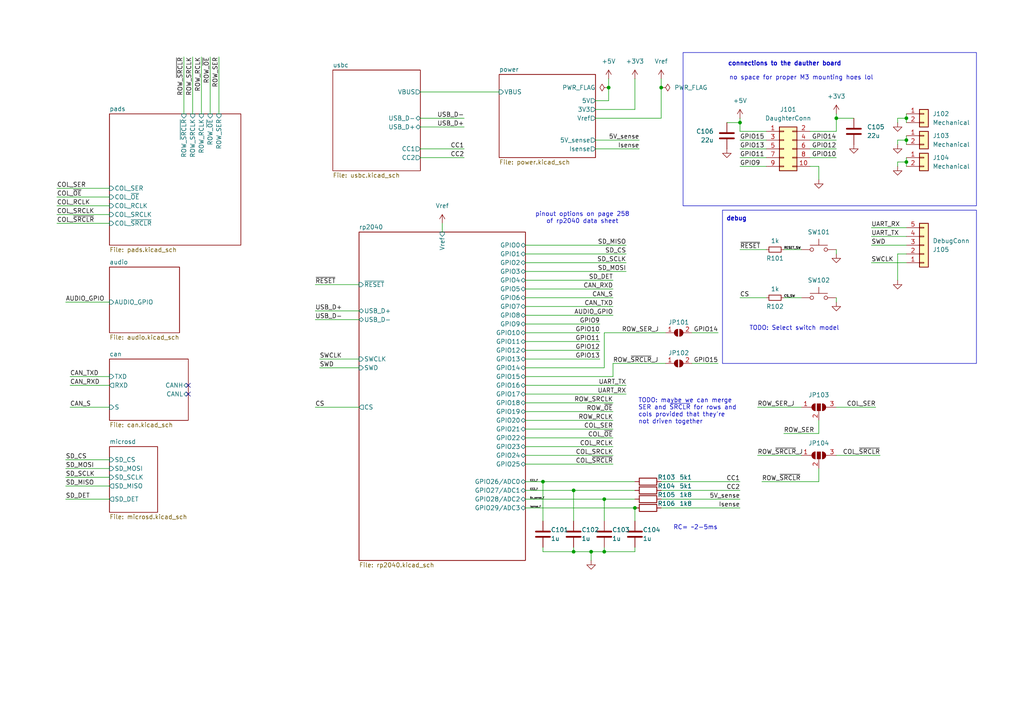
<source format=kicad_sch>
(kicad_sch (version 20231120) (generator "eeschema") (generator_version "8.0")
  (paper "A4")
  (lib_symbols
    (symbol "Connector_Generic:Conn_01x02" (pin_names (offset 1.016) hide)
      (property "Reference" "J" (at 0 2.54 0))
      (property "Value" "Conn_01x02" (at 0 -5.08 0))
      (symbol "Conn_01x02_1_1"
        (rectangle (start -1.27 -2.413) (end 0 -2.667) (stroke (width 0.1524)))
        (rectangle (start -1.27 0.127) (end 0 -0.127) (stroke (width 0.1524)))
        (rectangle (start -1.27 1.27) (end 1.27 -3.81) (stroke (width 0.254)) (fill (type background)))
        (pin passive line (at -5.08 0 0) (length 3.81) (name "Pin_1") (number "1"))
        (pin passive line (at -5.08 -2.54 0) (length 3.81) (name "Pin_2") (number "2"))
      )
    )
    (symbol "Connector_Generic:Conn_01x05" (pin_names (offset 1.016) hide)
      (property "Reference" "J" (at 0 7.62 0))
      (property "Value" "Conn_01x05" (at 0 -7.62 0))
      (symbol "Conn_01x05_1_1"
        (rectangle (start -1.27 -4.953) (end 0 -5.207) (stroke (width 0.1524)))
        (rectangle (start -1.27 -2.413) (end 0 -2.667) (stroke (width 0.1524)))
        (rectangle (start -1.27 0.127) (end 0 -0.127) (stroke (width 0.1524)))
        (rectangle (start -1.27 2.667) (end 0 2.413) (stroke (width 0.1524)))
        (rectangle (start -1.27 5.207) (end 0 4.953) (stroke (width 0.1524)))
        (rectangle (start -1.27 6.35) (end 1.27 -6.35) (stroke (width 0.254)) (fill (type background)))
        (pin passive line (at -5.08 5.08 0) (length 3.81) (name "Pin_1") (number "1"))
        (pin passive line (at -5.08 2.54 0) (length 3.81) (name "Pin_2") (number "2"))
        (pin passive line (at -5.08 0 0) (length 3.81) (name "Pin_3") (number "3"))
        (pin passive line (at -5.08 -2.54 0) (length 3.81) (name "Pin_4") (number "4"))
        (pin passive line (at -5.08 -5.08 0) (length 3.81) (name "Pin_5") (number "5"))
      )
    )
    (symbol "Connector_Generic:Conn_02x05_Odd_Even" (pin_names (offset 1.016) hide)
      (property "Reference" "J" (at 1.27 7.62 0))
      (property "Value" "Conn_02x05_Odd_Even" (at 1.27 -7.62 0))
      (symbol "Conn_02x05_Odd_Even_1_1"
        (rectangle (start -1.27 -4.953) (end 0 -5.207) (stroke (width 0.1524)))
        (rectangle (start -1.27 -2.413) (end 0 -2.667) (stroke (width 0.1524)))
        (rectangle (start -1.27 0.127) (end 0 -0.127) (stroke (width 0.1524)))
        (rectangle (start -1.27 2.667) (end 0 2.413) (stroke (width 0.1524)))
        (rectangle (start -1.27 5.207) (end 0 4.953) (stroke (width 0.1524)))
        (rectangle (start -1.27 6.35) (end 3.81 -6.35) (stroke (width 0.254)) (fill (type background)))
        (rectangle (start 3.81 -4.953) (end 2.54 -5.207) (stroke (width 0.1524)))
        (rectangle (start 3.81 -2.413) (end 2.54 -2.667) (stroke (width 0.1524)))
        (rectangle (start 3.81 0.127) (end 2.54 -0.127) (stroke (width 0.1524)))
        (rectangle (start 3.81 2.667) (end 2.54 2.413) (stroke (width 0.1524)))
        (rectangle (start 3.81 5.207) (end 2.54 4.953) (stroke (width 0.1524)))
        (pin passive line (at -5.08 5.08 0) (length 3.81) (name "Pin_1") (number "1"))
        (pin passive line (at 7.62 -5.08 180) (length 3.81) (name "Pin_10") (number "10"))
        (pin passive line (at 7.62 5.08 180) (length 3.81) (name "Pin_2") (number "2"))
        (pin passive line (at -5.08 2.54 0) (length 3.81) (name "Pin_3") (number "3"))
        (pin passive line (at 7.62 2.54 180) (length 3.81) (name "Pin_4") (number "4"))
        (pin passive line (at -5.08 0 0) (length 3.81) (name "Pin_5") (number "5"))
        (pin passive line (at 7.62 0 180) (length 3.81) (name "Pin_6") (number "6"))
        (pin passive line (at -5.08 -2.54 0) (length 3.81) (name "Pin_7") (number "7"))
        (pin passive line (at 7.62 -2.54 180) (length 3.81) (name "Pin_8") (number "8"))
        (pin passive line (at -5.08 -5.08 0) (length 3.81) (name "Pin_9") (number "9"))
      )
    )
    (symbol "Device:C" (pin_numbers hide) (pin_names (offset 0.254))
      (property "Reference" "C" (at 0.635 2.54 0))
      (property "Value" "C" (at 0.635 -2.54 0))
      (symbol "C_0_1"
        (polyline (pts (xy -2.032 -0.762) (xy 2.032 -0.762)) (stroke (width 0.508)))
        (polyline (pts (xy -2.032 0.762) (xy 2.032 0.762)) (stroke (width 0.508)))
      )
      (symbol "C_1_1"
        (pin passive line (at 0 3.81 270) (length 2.794) (name "~") (number "1"))
        (pin passive line (at 0 -3.81 90) (length 2.794) (name "~") (number "2"))
      )
    )
    (symbol "Device:R" (pin_numbers hide) (pin_names (offset 0))
      (property "Reference" "R" (at 2.032 0 90))
      (property "Value" "R" (at 0 0 90))
      (symbol "R_0_1"
        (rectangle (start -1.016 -2.54) (end 1.016 2.54) (stroke (width 0.254)))
      )
      (symbol "R_1_1"
        (pin passive line (at 0 3.81 270) (length 1.27) (name "~") (number "1"))
        (pin passive line (at 0 -3.81 90) (length 1.27) (name "~") (number "2"))
      )
    )
    (symbol "Device:R_Small" (pin_numbers hide) (pin_names (offset 0.254) hide)
      (property "Reference" "R" (at 0.762 0.508 0))
      (property "Value" "R_Small" (at 0.762 -1.016 0))
      (symbol "R_Small_0_1"
        (rectangle (start -0.762 1.778) (end 0.762 -1.778) (stroke (width 0.2032)))
      )
      (symbol "R_Small_1_1"
        (pin passive line (at 0 2.54 270) (length 0.762) (name "~") (number "1"))
        (pin passive line (at 0 -2.54 90) (length 0.762) (name "~") (number "2"))
      )
    )
    (symbol "Jumper:SolderJumper_2_Open" (pin_names (offset 0) hide)
      (property "Reference" "JP" (at 0 2.032 0))
      (property "Value" "SolderJumper_2_Open" (at 0 -2.54 0))
      (symbol "SolderJumper_2_Open_0_1"
        (arc (start -0.254 1.016) (mid -1.2656 0) (end -0.254 -1.016))
        (arc (start -0.254 1.016) (mid -1.2656 0) (end -0.254 -1.016) (fill (type outline)))
        (polyline (pts (xy -0.254 1.016) (xy -0.254 -1.016)))
        (polyline (pts (xy 0.254 1.016) (xy 0.254 -1.016)))
        (arc (start 0.254 -1.016) (mid 1.2656 0) (end 0.254 1.016))
        (arc (start 0.254 -1.016) (mid 1.2656 0) (end 0.254 1.016) (fill (type outline)))
      )
      (symbol "SolderJumper_2_Open_1_1"
        (pin passive line (at -3.81 0 0) (length 2.54) (name "A") (number "1"))
        (pin passive line (at 3.81 0 180) (length 2.54) (name "B") (number "2"))
      )
    )
    (symbol "Jumper:SolderJumper_3_Open" (pin_names (offset 0) hide)
      (property "Reference" "JP" (at -2.54 -2.54 0))
      (property "Value" "SolderJumper_3_Open" (at 0 2.794 0))
      (symbol "SolderJumper_3_Open_0_1"
        (arc (start -1.016 1.016) (mid -2.0276 0) (end -1.016 -1.016))
        (arc (start -1.016 1.016) (mid -2.0276 0) (end -1.016 -1.016) (fill (type outline)))
        (rectangle (start -0.508 1.016) (end 0.508 -1.016) (fill (type outline)))
        (polyline (pts (xy -2.54 0) (xy -2.032 0)))
        (polyline (pts (xy -1.016 1.016) (xy -1.016 -1.016)))
        (polyline (pts (xy 0 -1.27) (xy 0 -1.016)))
        (polyline (pts (xy 1.016 1.016) (xy 1.016 -1.016)))
        (polyline (pts (xy 2.54 0) (xy 2.032 0)))
        (arc (start 1.016 -1.016) (mid 2.0276 0) (end 1.016 1.016))
        (arc (start 1.016 -1.016) (mid 2.0276 0) (end 1.016 1.016) (fill (type outline)))
      )
      (symbol "SolderJumper_3_Open_1_1"
        (pin passive line (at -5.08 0 0) (length 2.54) (name "A") (number "1"))
        (pin passive line (at 0 -3.81 90) (length 2.54) (name "C") (number "2"))
        (pin passive line (at 5.08 0 180) (length 2.54) (name "B") (number "3"))
      )
    )
    (symbol "Switch:SW_Push" (pin_numbers hide) (pin_names (offset 1.016) hide)
      (property "Reference" "SW" (at 1.27 2.54 0))
      (property "Value" "SW_Push" (at 0 -1.524 0))
      (symbol "SW_Push_0_1"
        (circle (center -2.032 0) (radius 0.508))
        (polyline (pts (xy 0 1.27) (xy 0 3.048)))
        (polyline (pts (xy 2.54 1.27) (xy -2.54 1.27)))
        (circle (center 2.032 0) (radius 0.508))
        (pin passive line (at -5.08 0 0) (length 2.54) (name "1") (number "1"))
        (pin passive line (at 5.08 0 180) (length 2.54) (name "2") (number "2"))
      )
    )
    (symbol "power:+3V3" (power) (pin_numbers hide) (pin_names (offset 0) hide)
      (property "Value" "+3V3" (at 0 3.556 0))
      (symbol "+3V3_0_1"
        (polyline (pts (xy -0.762 1.27) (xy 0 2.54)))
        (polyline (pts (xy 0 0) (xy 0 2.54)))
        (polyline (pts (xy 0 2.54) (xy 0.762 1.27)))
      )
      (symbol "+3V3_1_1"
        (pin power_in line (at 0 0 90) (length 0) (name "~") (number "1"))
      )
    )
    (symbol "power:+5V" (power) (pin_numbers hide) (pin_names (offset 0) hide)
      (property "Value" "+5V" (at 0 3.556 0))
      (symbol "+5V_0_1"
        (polyline (pts (xy -0.762 1.27) (xy 0 2.54)))
        (polyline (pts (xy 0 0) (xy 0 2.54)))
        (polyline (pts (xy 0 2.54) (xy 0.762 1.27)))
      )
      (symbol "+5V_1_1"
        (pin power_in line (at 0 0 90) (length 0) (name "~") (number "1"))
      )
    )
    (symbol "power:GND" (power) (pin_numbers hide) (pin_names (offset 0) hide)
      (property "Value" "GND" (at 0 -3.81 0))
      (symbol "GND_0_1"
        (polyline (pts (xy 0 0) (xy 0 -1.27) (xy 1.27 -1.27) (xy 0 -2.54) (xy -1.27 -1.27) (xy 0 -1.27)))
      )
      (symbol "GND_1_1"
        (pin power_in line (at 0 0 270) (length 0) (name "~") (number "1"))
      )
    )
    (symbol "power:PWR_FLAG" (power) (pin_numbers hide) (pin_names (offset 0) hide)
      (property "Value" "PWR_FLAG" (at 0 3.81 0))
      (symbol "PWR_FLAG_0_0"
        (pin power_out line (at 0 0 90) (length 0) (name "~") (number "1"))
      )
      (symbol "PWR_FLAG_0_1"
        (polyline (pts (xy 0 0) (xy 0 1.27) (xy -1.016 1.905) (xy 0 2.54) (xy 1.016 1.905) (xy 0 1.27)))
      )
    )
  )
  (junction (at 262.89 40.64))
  (junction (at 214.63 35.56))
  (junction (at 191.77 25.4))
  (junction (at 157.48 139.7))
  (junction (at 242.57 34.29))
  (junction (at 262.89 34.29))
  (junction (at 176.53 25.4))
  (junction (at 184.15 147.32))
  (junction (at 166.37 142.24))
  (junction (at 171.45 160.02))
  (junction (at 175.26 144.78))
  (junction (at 166.37 160.02))
  (junction (at 175.26 160.02))
  (junction (at 262.89 46.99))
  (no_connect (at 54.61 111.76))
  (no_connect (at 54.61 114.3))
  (wire (pts (xy 214.63 45.72) (xy 222.25 45.72)))
  (wire (pts (xy 166.37 160.02) (xy 171.45 160.02)))
  (wire (pts (xy 104.14 92.71) (xy 91.44 92.71)))
  (wire (pts (xy 175.26 144.78) (xy 184.15 144.78)))
  (wire (pts (xy 200.66 96.52) (xy 208.28 96.52)))
  (wire (pts (xy 152.4 142.24) (xy 166.37 142.24)))
  (wire (pts (xy 222.25 38.1) (xy 214.63 38.1)))
  (wire (pts (xy 242.57 34.29) (xy 242.57 38.1)))
  (wire (pts (xy 252.73 71.12) (xy 262.89 71.12)))
  (wire (pts (xy 152.4 81.28) (xy 177.8 81.28)))
  (wire (pts (xy 242.57 33.02) (xy 242.57 34.29)))
  (wire (pts (xy 19.05 144.78) (xy 31.75 144.78)))
  (wire (pts (xy 31.75 64.77) (xy 16.51 64.77)))
  (wire (pts (xy 184.15 147.32) (xy 184.15 151.13)))
  (wire (pts (xy 191.77 147.32) (xy 214.63 147.32)))
  (wire (pts (xy 260.35 40.64) (xy 262.89 40.64)))
  (wire (pts (xy 152.4 99.06) (xy 173.99 99.06)))
  (wire (pts (xy 60.96 33.02) (xy 60.96 16.51)))
  (wire (pts (xy 152.4 127) (xy 177.8 127)))
  (wire (pts (xy 152.4 144.78) (xy 175.26 144.78)))
  (wire (pts (xy 121.92 36.83) (xy 134.62 36.83)))
  (wire (pts (xy 260.35 35.56) (xy 260.35 34.29)))
  (wire (pts (xy 166.37 142.24) (xy 184.15 142.24)))
  (wire (pts (xy 172.72 34.29) (xy 191.77 34.29)))
  (wire (pts (xy 152.4 121.92) (xy 177.8 121.92)))
  (wire (pts (xy 152.4 129.54) (xy 177.8 129.54)))
  (wire (pts (xy 191.77 22.86) (xy 191.77 25.4)))
  (wire (pts (xy 252.73 76.2) (xy 262.89 76.2)))
  (wire (pts (xy 252.73 66.04) (xy 262.89 66.04)))
  (wire (pts (xy 31.75 59.69) (xy 16.51 59.69)))
  (wire (pts (xy 91.44 82.55) (xy 104.14 82.55)))
  (wire (pts (xy 172.72 43.18) (xy 185.42 43.18)))
  (wire (pts (xy 31.75 62.23) (xy 16.51 62.23)))
  (wire (pts (xy 214.63 40.64) (xy 222.25 40.64)))
  (wire (pts (xy 242.57 34.29) (xy 247.65 34.29)))
  (wire (pts (xy 260.35 46.99) (xy 262.89 46.99)))
  (wire (pts (xy 152.4 78.74) (xy 181.61 78.74)))
  (wire (pts (xy 214.63 48.26) (xy 222.25 48.26)))
  (wire (pts (xy 219.71 118.11) (xy 232.41 118.11)))
  (wire (pts (xy 214.63 43.18) (xy 222.25 43.18)))
  (wire (pts (xy 166.37 158.75) (xy 166.37 160.02)))
  (wire (pts (xy 152.4 109.22) (xy 177.8 109.22)))
  (wire (pts (xy 128.27 64.77) (xy 128.27 67.31)))
  (wire (pts (xy 152.4 73.66) (xy 181.61 73.66)))
  (wire (pts (xy 177.8 91.44) (xy 152.4 91.44)))
  (wire (pts (xy 152.4 147.32) (xy 184.15 147.32)))
  (wire (pts (xy 214.63 86.36) (xy 222.25 86.36)))
  (wire (pts (xy 63.5 33.02) (xy 63.5 16.51)))
  (wire (pts (xy 55.88 33.02) (xy 55.88 16.51)))
  (wire (pts (xy 121.92 26.67) (xy 144.78 26.67)))
  (wire (pts (xy 184.15 31.75) (xy 184.15 22.86)))
  (wire (pts (xy 53.34 33.02) (xy 53.34 16.51)))
  (wire (pts (xy 171.45 160.02) (xy 175.26 160.02)))
  (wire (pts (xy 175.26 96.52) (xy 175.26 106.68)))
  (wire (pts (xy 260.35 48.26) (xy 260.35 46.99)))
  (wire (pts (xy 152.4 88.9) (xy 177.8 88.9)))
  (wire (pts (xy 152.4 114.3) (xy 181.61 114.3)))
  (wire (pts (xy 157.48 139.7) (xy 184.15 139.7)))
  (wire (pts (xy 260.35 73.66) (xy 260.35 81.28)))
  (wire (pts (xy 121.92 45.72) (xy 134.62 45.72)))
  (wire (pts (xy 19.05 87.63) (xy 31.75 87.63)))
  (wire (pts (xy 252.73 68.58) (xy 262.89 68.58)))
  (wire (pts (xy 210.82 35.56) (xy 214.63 35.56)))
  (wire (pts (xy 172.72 40.64) (xy 185.42 40.64)))
  (wire (pts (xy 191.77 139.7) (xy 214.63 139.7)))
  (wire (pts (xy 166.37 142.24) (xy 166.37 151.13)))
  (wire (pts (xy 172.72 29.21) (xy 176.53 29.21)))
  (wire (pts (xy 157.48 160.02) (xy 166.37 160.02)))
  (wire (pts (xy 104.14 90.17) (xy 91.44 90.17)))
  (wire (pts (xy 152.4 96.52) (xy 173.99 96.52)))
  (wire (pts (xy 237.49 48.26) (xy 237.49 52.07)))
  (wire (pts (xy 31.75 54.61) (xy 16.51 54.61)))
  (wire (pts (xy 262.89 45.72) (xy 262.89 46.99)))
  (wire (pts (xy 234.95 38.1) (xy 242.57 38.1)))
  (wire (pts (xy 219.71 132.08) (xy 232.41 132.08)))
  (wire (pts (xy 58.42 33.02) (xy 58.42 16.51)))
  (wire (pts (xy 262.89 39.37) (xy 262.89 40.64)))
  (wire (pts (xy 227.33 125.73) (xy 237.49 125.73)))
  (wire (pts (xy 152.4 124.46) (xy 177.8 124.46)))
  (wire (pts (xy 260.35 41.91) (xy 260.35 40.64)))
  (wire (pts (xy 214.63 72.39) (xy 222.25 72.39)))
  (wire (pts (xy 121.92 34.29) (xy 134.62 34.29)))
  (wire (pts (xy 175.26 160.02) (xy 184.15 160.02)))
  (wire (pts (xy 92.71 104.14) (xy 104.14 104.14)))
  (wire (pts (xy 152.4 71.12) (xy 181.61 71.12)))
  (wire (pts (xy 20.32 109.22) (xy 31.75 109.22)))
  (wire (pts (xy 191.77 25.4) (xy 191.77 34.29)))
  (wire (pts (xy 175.26 144.78) (xy 175.26 151.13)))
  (wire (pts (xy 242.57 87.63) (xy 242.57 86.36)))
  (wire (pts (xy 214.63 35.56) (xy 214.63 34.29)))
  (wire (pts (xy 152.4 116.84) (xy 177.8 116.84)))
  (wire (pts (xy 31.75 57.15) (xy 16.51 57.15)))
  (wire (pts (xy 173.99 104.14) (xy 152.4 104.14)))
  (wire (pts (xy 176.53 25.4) (xy 176.53 29.21)))
  (wire (pts (xy 152.4 111.76) (xy 181.61 111.76)))
  (wire (pts (xy 177.8 109.22) (xy 177.8 105.41)))
  (wire (pts (xy 152.4 139.7) (xy 157.48 139.7)))
  (wire (pts (xy 237.49 139.7) (xy 237.49 135.89)))
  (wire (pts (xy 152.4 83.82) (xy 177.8 83.82)))
  (wire (pts (xy 191.77 142.24) (xy 214.63 142.24)))
  (wire (pts (xy 262.89 46.99) (xy 262.89 48.26)))
  (wire (pts (xy 262.89 73.66) (xy 260.35 73.66)))
  (wire (pts (xy 242.57 40.64) (xy 234.95 40.64)))
  (wire (pts (xy 255.27 132.08) (xy 242.57 132.08)))
  (wire (pts (xy 175.26 96.52) (xy 193.04 96.52)))
  (wire (pts (xy 152.4 93.98) (xy 173.99 93.98)))
  (wire (pts (xy 19.05 133.35) (xy 31.75 133.35)))
  (wire (pts (xy 152.4 106.68) (xy 175.26 106.68)))
  (wire (pts (xy 20.32 118.11) (xy 31.75 118.11)))
  (wire (pts (xy 152.4 86.36) (xy 177.8 86.36)))
  (wire (pts (xy 19.05 140.97) (xy 31.75 140.97)))
  (wire (pts (xy 152.4 119.38) (xy 177.8 119.38)))
  (wire (pts (xy 262.89 34.29) (xy 262.89 35.56)))
  (wire (pts (xy 171.45 160.02) (xy 171.45 162.56)))
  (wire (pts (xy 91.44 118.11) (xy 104.14 118.11)))
  (wire (pts (xy 232.41 86.36) (xy 227.33 86.36)))
  (wire (pts (xy 260.35 34.29) (xy 262.89 34.29)))
  (wire (pts (xy 177.8 105.41) (xy 193.04 105.41)))
  (wire (pts (xy 19.05 135.89) (xy 31.75 135.89)))
  (wire (pts (xy 220.98 139.7) (xy 237.49 139.7)))
  (wire (pts (xy 262.89 40.64) (xy 262.89 41.91)))
  (wire (pts (xy 234.95 48.26) (xy 237.49 48.26)))
  (wire (pts (xy 208.28 105.41) (xy 200.66 105.41)))
  (wire (pts (xy 20.32 111.76) (xy 31.75 111.76)))
  (wire (pts (xy 175.26 158.75) (xy 175.26 160.02)))
  (wire (pts (xy 152.4 134.62) (xy 177.8 134.62)))
  (wire (pts (xy 152.4 76.2) (xy 181.61 76.2)))
  (wire (pts (xy 262.89 33.02) (xy 262.89 34.29)))
  (wire (pts (xy 242.57 43.18) (xy 234.95 43.18)))
  (wire (pts (xy 157.48 139.7) (xy 157.48 151.13)))
  (wire (pts (xy 242.57 45.72) (xy 234.95 45.72)))
  (wire (pts (xy 172.72 31.75) (xy 184.15 31.75)))
  (wire (pts (xy 232.41 72.39) (xy 227.33 72.39)))
  (wire (pts (xy 19.05 138.43) (xy 31.75 138.43)))
  (wire (pts (xy 184.15 160.02) (xy 184.15 158.75)))
  (wire (pts (xy 176.53 22.86) (xy 176.53 25.4)))
  (wire (pts (xy 214.63 38.1) (xy 214.63 35.56)))
  (wire (pts (xy 157.48 158.75) (xy 157.48 160.02)))
  (wire (pts (xy 191.77 144.78) (xy 214.63 144.78)))
  (wire (pts (xy 237.49 125.73) (xy 237.49 121.92)))
  (wire (pts (xy 173.99 101.6) (xy 152.4 101.6)))
  (wire (pts (xy 152.4 132.08) (xy 177.8 132.08)))
  (wire (pts (xy 121.92 43.18) (xy 134.62 43.18)))
  (wire (pts (xy 92.71 106.68) (xy 104.14 106.68)))
  (wire (pts (xy 242.57 73.66) (xy 242.57 72.39)))
  (wire (pts (xy 254 118.11) (xy 242.57 118.11)))
  (rectangle (start 198.12 15.24) (end 283.21 59.69))
  (rectangle (start 209.55 60.96) (end 283.21 105.41))
  (text_box "RC= ~2-5ms" (at 194.31 151.13 0) (size 21.59 3.81) (stroke (width -0.0001)) (effects (font (size 1.27 1.27)) (justify left top)))
  (text_box "TODO: maybe we can merge SER and ~{SRCLR} for rows and cols provided that they're not driven together" (at 184.15 114.3 0) (size 30.48 3.81) (stroke (width -0.0001)) (effects (font (size 1.27 1.27)) (justify left top)))
  (text "TODO: Select switch model" (at 230.378 95.25 0) (effects (font (size 1.27 1.27))))
  (text "pinout options on page 258\nof rp2040 data sheet" (at 168.91 63.246 0) (effects (font (size 1.27 1.27))))
  (text "connections to the dauther board" (at 227.584 18.542 0) (effects (font (size 1.27 1.27) (thickness 0.254) (bold yes))))
  (text "no space for proper M3 mounting hoes lol" (at 232.41 22.606 0) (effects (font (size 1.27 1.27))))
  (text "debug " (at 214.122 63.5 0) (effects (font (size 1.27 1.27) (thickness 0.254) (bold yes))))
  (label "CAN_RXD" (at 177.8 83.82 180))
  (label "CAN_TXD" (at 177.8 88.9 180))
  (label "SWD" (at 252.73 71.12 0))
  (label "CC2" (at 134.62 45.72 180))
  (label "USB_D-" (at 134.62 34.29 180))
  (label "ROW_~{OE}" (at 177.8 119.38 180))
  (label "CS" (at 91.44 118.11 0))
  (label "USB_D+" (at 134.62 36.83 180))
  (label "COL_RCLK" (at 16.51 59.69 0))
  (label "ROW_~{SRCLR}" (at 220.98 139.7 0))
  (label "ROW_RCLK" (at 58.42 16.51 270))
  (label "SD_CS" (at 181.61 73.66 180))
  (label "CAN_RXD" (at 20.32 111.76 0))
  (label "ROW_SRCLK" (at 177.8 116.84 180))
  (label "Isense" (at 185.42 43.18 180))
  (label "SD_MOSI" (at 181.61 78.74 180))
  (label "AUDIO_GPIO" (at 177.8 91.44 180))
  (label "COL_~{OE}" (at 16.51 57.15 0))
  (label "UART_RX" (at 252.73 66.04 0))
  (label "USB_D-" (at 91.44 92.71 0))
  (label "ROW_SER" (at 227.33 125.73 0))
  (label "ROW_~{SRCLR}_J" (at 219.71 132.08 0))
  (label "AUDIO_GPIO" (at 19.05 87.63 0))
  (label "CS_SW" (at 227.33 86.36 0) (effects (font (size 0.65 0.65))))
  (label "CC1" (at 134.62 43.18 180))
  (label "CC2" (at 214.63 142.24 180))
  (label "GPIO14" (at 242.57 40.64 180))
  (label "GPIO9" (at 214.63 48.26 0))
  (label "ROW_~{SRCLR}" (at 53.34 16.51 270))
  (label "UART_TX" (at 252.73 68.58 0))
  (label "GPIO11" (at 173.99 99.06 180))
  (label "COL_SRCLK" (at 177.8 132.08 180))
  (label "UART_TX" (at 181.61 111.76 180))
  (label "SD_MOSI" (at 19.05 135.89 0))
  (label "ROW_~{SRCLR}_J" (at 177.8 105.41 0))
  (label "5V_sense" (at 185.42 40.64 180))
  (label "GPIO12" (at 242.57 43.18 180))
  (label "GPIO12" (at 173.99 101.6 180))
  (label "CC2_F" (at 153.67 142.24 0) (effects (font (size 0.5 0.5))))
  (label "SWCLK" (at 252.73 76.2 0))
  (label "CC1" (at 214.63 139.7 180))
  (label "ROW_~{OE}" (at 60.96 16.51 270))
  (label "SWCLK" (at 92.71 104.14 0))
  (label "~{RESET}" (at 91.44 82.55 0))
  (label "GPIO13" (at 173.99 104.14 180))
  (label "CAN_TXD" (at 20.32 109.22 0))
  (label "CS" (at 214.63 86.36 0))
  (label "GPIO15" (at 208.28 105.41 180))
  (label "ROW_SER" (at 63.5 16.51 270))
  (label "COL_~{OE}" (at 177.8 127 180))
  (label "GPIO10" (at 242.57 45.72 180))
  (label "COL_SER" (at 16.51 54.61 0))
  (label "SD_MISO" (at 19.05 140.97 0))
  (label "5V_sense" (at 214.63 144.78 180))
  (label "CC1_F" (at 153.67 139.7 0) (effects (font (size 0.5 0.5))))
  (label "UART_RX" (at 181.61 114.3 180))
  (label "SD_SCLK" (at 181.61 76.2 180))
  (label "COL_SER" (at 254 118.11 180))
  (label "CAN_S" (at 20.32 118.11 0))
  (label "COL_~{SRCLR}" (at 177.8 134.62 180))
  (label "COL_RCLK" (at 177.8 129.54 180))
  (label "COL_SRCLK" (at 16.51 62.23 0))
  (label "~{RESET}" (at 214.63 72.39 0))
  (label "ROW_RCLK" (at 177.8 121.92 180))
  (label "GPIO13" (at 214.63 43.18 0))
  (label "ROW_SER_J" (at 219.71 118.11 0))
  (label "CAN_S" (at 177.8 86.36 180))
  (label "COL_~{SRCLR}" (at 255.27 132.08 180))
  (label "5v_sense_F" (at 153.67 144.78 0) (effects (font (size 0.5 0.5))))
  (label "Isense" (at 214.63 147.32 180))
  (label "GPIO9" (at 173.99 93.98 180))
  (label "SD_SCLK" (at 19.05 138.43 0))
  (label "GPIO10" (at 173.99 96.52 180))
  (label "GPIO14" (at 208.28 96.52 180))
  (label "COL_~{SRCLR}" (at 16.51 64.77 0))
  (label "SD_DET" (at 177.8 81.28 180))
  (label "GPIO11" (at 214.63 45.72 0))
  (label "ROW_SER_J" (at 180.34 96.52 0))
  (label "ROW_SRCLK" (at 55.88 16.51 270))
  (label "Isense_F" (at 153.67 147.32 0) (effects (font (size 0.5 0.5))))
  (label "SD_MISO" (at 181.61 71.12 180))
  (label "USB_D+" (at 91.44 90.17 0))
  (label "GPIO15" (at 214.63 40.64 0))
  (label "SD_CS" (at 19.05 133.35 0))
  (label "COL_SER" (at 177.8 124.46 180))
  (label "RESET_SW" (at 227.33 72.39 0) (effects (font (size 0.65 0.65))))
  (label "SD_DET" (at 19.05 144.78 0))
  (label "SWD" (at 92.71 106.68 0))
  (symbol (lib_id "power:GND") (at 247.65 41.91 0) (unit 1)
    (property "Reference" "#PWR0115" (effects (hide yes)))
    (property "Value" "GND" (effects (hide yes)))
    (property "Description" "Power symbol creates a global label with name \"GND\" , ground" (effects (hide yes)))
  )
  (symbol (lib_id "Connector_Generic:Conn_01x02") (at 267.97 39.37 0) (unit 1) (in_bom no)
    (property "Reference" "J103" (at 270.51 39.3699 0) (effects (justify left)))
    (property "Value" "Mechanical" (at 270.51 41.9099 0) (effects (justify left)))
    (property "Footprint" "Connector_PinHeader_2.54mm:PinHeader_1x02_P2.54mm_Vertical" (effects (hide yes)))
    (property "Description" "Generic connector, single row, 01x02, script generated (kicad-library-utils/schlib/autogen/connector/)" (effects (hide yes)))
  )
  (symbol (lib_id "Device:R") (at 187.96 139.7 90) (unit 1)
    (property "Reference" "R103" (at 193.294 138.43 90))
    (property "Value" "5k1" (at 198.882 138.43 90))
    (property "Footprint" "Resistor_SMD:R_0402_1005Metric" (effects (hide yes)))
    (property "Description" "Resistor" (effects (hide yes)))
    (property "LCSC" "C25905" (effects (hide yes)))
  )
  (symbol (lib_id "power:PWR_FLAG") (at 191.77 25.4 270) (mirror x) (unit 1)
    (property "Reference" "#FLG0101" (effects (hide yes)))
    (property "Value" "PWR_FLAG" (at 195.58 25.3999 90) (effects (justify left)))
    (property "Description" "Special symbol for telling ERC where power comes from" (effects (hide yes)))
  )
  (symbol (lib_id "Connector_Generic:Conn_01x02") (at 267.97 33.02 0) (unit 1) (in_bom no)
    (property "Reference" "J102" (at 270.51 33.0199 0) (effects (justify left)))
    (property "Value" "Mechanical" (at 270.51 35.5599 0) (effects (justify left)))
    (property "Footprint" "Connector_PinHeader_2.54mm:PinHeader_1x02_P2.54mm_Vertical" (effects (hide yes)))
    (property "Description" "Generic connector, single row, 01x02, script generated (kicad-library-utils/schlib/autogen/connector/)" (effects (hide yes)))
  )
  (symbol (lib_id "Device:C") (at 184.15 154.94 0) (unit 1)
    (property "Reference" "C104" (at 186.436 153.67 0) (effects (justify left)))
    (property "Value" "1u" (at 186.436 156.21 0) (effects (justify left)))
    (property "Footprint" "Capacitor_SMD:C_0402_1005Metric" (effects (hide yes)))
    (property "Description" "Unpolarized capacitor" (effects (hide yes)))
    (property "LCSC" "C52923" (effects (hide yes)))
  )
  (symbol (lib_id "Device:C") (at 247.65 38.1 0) (unit 1)
    (property "Reference" "C105" (at 251.46 36.8299 0) (effects (justify left)))
    (property "Value" "22u" (at 251.46 39.3699 0) (effects (justify left)))
    (property "Footprint" "Capacitor_SMD:C_0805_2012Metric" (effects (hide yes)))
    (property "Description" "Unpolarized capacitor" (effects (hide yes)))
    (property "LCSC" "C45783" (effects (hide yes)))
  )
  (symbol (lib_id "power:GND") (at 210.82 43.18 0) (unit 1)
    (property "Reference" "#PWR0116" (effects (hide yes)))
    (property "Value" "GND" (effects (hide yes)))
    (property "Description" "Power symbol creates a global label with name \"GND\" , ground" (effects (hide yes)))
  )
  (symbol (lib_id "power:+3V3") (at 184.15 22.86 0) (unit 1)
    (property "Reference" "#PWR0102" (effects (hide yes)))
    (property "Value" "+3V3" (at 184.15 17.78 0))
    (property "Description" "Power symbol creates a global label with name \"+3V3\"" (effects (hide yes)))
  )
  (symbol (lib_id "power:+3V3") (at 191.77 22.86 0) (unit 1)
    (property "Reference" "#PWR0103" (effects (hide yes)))
    (property "Value" "Vref" (at 191.77 17.78 0))
    (property "Description" "Vref" (effects (hide yes)))
  )
  (symbol (lib_id "Jumper:SolderJumper_3_Open") (at 237.49 132.08 0) (unit 1) (in_bom no)
    (property "Reference" "JP104" (at 237.49 128.524 0))
    (property "Value" "SolderJumper_3_Open" (effects (hide yes)))
    (property "Footprint" "led-matrix:SolderJumper-3_Open_RoundedPad_Smol" (effects (hide yes)))
    (property "Description" "Solder Jumper, 3-pole, open" (effects (hide yes)))
  )
  (symbol (lib_id "power:GND") (at 242.57 87.63 0) (mirror y) (unit 1)
    (property "Reference" "#PWR0109" (effects (hide yes)))
    (property "Value" "GND" (effects (hide yes)))
    (property "Description" "Power symbol creates a global label with name \"GND\" , ground" (effects (hide yes)))
  )
  (symbol (lib_id "power:GND") (at 260.35 48.26 0) (unit 1)
    (property "Reference" "#PWR0113" (effects (hide yes)))
    (property "Value" "GND" (effects (hide yes)))
    (property "Description" "Power symbol creates a global label with name \"GND\" , ground" (effects (hide yes)))
  )
  (symbol (lib_id "Device:C") (at 157.48 154.94 0) (unit 1)
    (property "Reference" "C101" (at 159.766 153.67 0) (effects (justify left)))
    (property "Value" "1u" (at 159.766 156.21 0) (effects (justify left)))
    (property "Footprint" "Capacitor_SMD:C_0402_1005Metric" (effects (hide yes)))
    (property "Description" "Unpolarized capacitor" (effects (hide yes)))
    (property "LCSC" "C52923" (effects (hide yes)))
  )
  (symbol (lib_id "Device:R_Small") (at 224.79 86.36 90) (mirror x) (unit 1)
    (property "Reference" "R102" (at 224.79 88.9 90))
    (property "Value" "1k" (at 224.79 83.82 90))
    (property "Footprint" "Resistor_SMD:R_0402_1005Metric" (effects (hide yes)))
    (property "LCSC" "C11702" (effects (hide yes)))
  )
  (symbol (lib_id "power:GND") (at 237.49 52.07 0) (unit 1)
    (property "Reference" "#PWR0107" (effects (hide yes)))
    (property "Value" "GND" (effects (hide yes)))
    (property "Description" "Power symbol creates a global label with name \"GND\" , ground" (effects (hide yes)))
  )
  (symbol (lib_id "Device:R_Small") (at 224.79 72.39 90) (mirror x) (unit 1)
    (property "Reference" "R101" (at 224.79 74.93 90))
    (property "Value" "1k" (at 224.79 69.85 90))
    (property "Footprint" "Resistor_SMD:R_0402_1005Metric" (effects (hide yes)))
    (property "LCSC" "C11702" (effects (hide yes)))
  )
  (symbol (lib_id "power:GND") (at 260.35 35.56 0) (unit 1)
    (property "Reference" "#PWR0111" (effects (hide yes)))
    (property "Value" "GND" (effects (hide yes)))
    (property "Description" "Power symbol creates a global label with name \"GND\" , ground" (effects (hide yes)))
  )
  (symbol (lib_id "Device:C") (at 166.37 154.94 0) (unit 1)
    (property "Reference" "C102" (at 168.656 153.67 0) (effects (justify left)))
    (property "Value" "1u" (at 168.656 156.21 0) (effects (justify left)))
    (property "Footprint" "Capacitor_SMD:C_0402_1005Metric" (effects (hide yes)))
    (property "Description" "Unpolarized capacitor" (effects (hide yes)))
    (property "LCSC" "C52923" (effects (hide yes)))
  )
  (symbol (lib_id "power:GND") (at 242.57 73.66 0) (mirror y) (unit 1)
    (property "Reference" "#PWR0108" (effects (hide yes)))
    (property "Value" "GND" (effects (hide yes)))
    (property "Description" "Power symbol creates a global label with name \"GND\" , ground" (effects (hide yes)))
  )
  (symbol (lib_id "Switch:SW_Push") (at 237.49 72.39 0) (mirror y) (unit 1) (in_bom no)
    (property "Reference" "SW101" (at 237.49 67.31 0))
    (property "Value" "SW" (effects (hide yes)))
    (property "Footprint" "Button_Switch_SMD:SW_SPST_B3U-3000P" (effects (hide yes)))
  )
  (symbol (lib_id "Connector_Generic:Conn_01x05") (at 267.97 71.12 0) (mirror x) (unit 1) (in_bom no)
    (property "Reference" "J105" (at 270.51 72.3901 0) (effects (justify left)))
    (property "Value" "DebugConn" (at 270.51 69.8501 0) (effects (justify left)))
    (property "Footprint" "Connector_PinSocket_2.54mm:PinSocket_1x05_P2.54mm_Horizontal" (effects (hide yes)))
    (property "Description" "Generic connector, single row, 01x05, script generated (kicad-library-utils/schlib/autogen/connector/)" (effects (hide yes)))
  )
  (symbol (lib_id "Jumper:SolderJumper_2_Open") (at 196.85 96.52 0) (unit 1) (in_bom no)
    (property "Reference" "JP101" (at 196.85 93.472 0))
    (property "Value" "SolderJumper_2_Open" (effects (hide yes)))
    (property "Footprint" "led-matrix:SolderJumper-2_Open_RoundedPad_Smol" (effects (hide yes)))
    (property "Description" "Solder Jumper, 2-pole, open" (effects (hide yes)))
  )
  (symbol (lib_id "Connector_Generic:Conn_01x02") (at 267.97 45.72 0) (unit 1) (in_bom no)
    (property "Reference" "J104" (at 270.51 45.7199 0) (effects (justify left)))
    (property "Value" "Mechanical" (at 270.51 48.2599 0) (effects (justify left)))
    (property "Footprint" "Connector_PinHeader_2.54mm:PinHeader_1x02_P2.54mm_Vertical" (effects (hide yes)))
    (property "Description" "Generic connector, single row, 01x02, script generated (kicad-library-utils/schlib/autogen/connector/)" (effects (hide yes)))
  )
  (symbol (lib_id "Device:C") (at 175.26 154.94 0) (unit 1)
    (property "Reference" "C103" (at 177.546 153.67 0) (effects (justify left)))
    (property "Value" "1u" (at 177.546 156.21 0) (effects (justify left)))
    (property "Footprint" "Capacitor_SMD:C_0402_1005Metric" (effects (hide yes)))
    (property "Description" "Unpolarized capacitor" (effects (hide yes)))
    (property "LCSC" "C52923" (effects (hide yes)))
  )
  (symbol (lib_id "power:+3V3") (at 128.27 64.77 0) (unit 1)
    (property "Reference" "#PWR0106" (effects (hide yes)))
    (property "Value" "Vref" (at 128.27 59.69 0))
    (property "Description" "Vref" (effects (hide yes)))
  )
  (symbol (lib_id "Device:R") (at 187.96 142.24 90) (unit 1)
    (property "Reference" "R104" (at 193.294 140.97 90))
    (property "Value" "5k1" (at 198.882 140.97 90))
    (property "Footprint" "Resistor_SMD:R_0402_1005Metric" (effects (hide yes)))
    (property "Description" "Resistor" (effects (hide yes)))
    (property "LCSC" "C25905" (effects (hide yes)))
  )
  (symbol (lib_id "Connector_Generic:Conn_02x05_Odd_Even") (at 227.33 43.18 0) (unit 1) (in_bom no)
    (property "Reference" "J101" (at 228.6 31.75 0))
    (property "Value" "DaughterConn" (at 228.6 34.29 0))
    (property "Footprint" "Connector_PinHeader_2.54mm:PinHeader_2x05_P2.54mm_Vertical" (effects (hide yes)))
    (property "Description" "Generic connector, double row, 02x05, odd/even pin numbering scheme (row 1 odd numbers, row 2 even numbers), script generated (kicad-library-utils/schlib/autogen/connector/)" (effects (hide yes)))
  )
  (symbol (lib_id "power:+3V3") (at 242.57 33.02 0) (unit 1)
    (property "Reference" "#PWR0105" (effects (hide yes)))
    (property "Value" "+3V3" (at 242.57 27.94 0))
    (property "Description" "Power symbol creates a global label with name \"+3V3\"" (effects (hide yes)))
  )
  (symbol (lib_id "Device:R") (at 187.96 147.32 90) (unit 1)
    (property "Reference" "R106" (at 193.294 146.05 90))
    (property "Value" "1k8" (at 198.882 146.05 90))
    (property "Footprint" "Resistor_SMD:R_0603_1608Metric" (effects (hide yes)))
    (property "Description" "Resistor" (effects (hide yes)))
    (property "LCSC" "C4177" (effects (hide yes)))
  )
  (symbol (lib_id "Jumper:SolderJumper_3_Open") (at 237.49 118.11 0) (unit 1) (in_bom no)
    (property "Reference" "JP103" (at 237.49 114.554 0))
    (property "Value" "SolderJumper_3_Open" (effects (hide yes)))
    (property "Footprint" "led-matrix:SolderJumper-3_Open_RoundedPad_Smol" (effects (hide yes)))
    (property "Description" "Solder Jumper, 3-pole, open" (effects (hide yes)))
  )
  (symbol (lib_id "Jumper:SolderJumper_2_Open") (at 196.85 105.41 0) (unit 1) (in_bom no)
    (property "Reference" "JP102" (at 196.85 102.362 0))
    (property "Value" "SolderJumper_2_Open" (effects (hide yes)))
    (property "Footprint" "led-matrix:SolderJumper-2_Open_RoundedPad_Smol" (effects (hide yes)))
    (property "Description" "Solder Jumper, 2-pole, open" (effects (hide yes)))
  )
  (symbol (lib_id "power:+5V") (at 176.53 22.86 0) (unit 1)
    (property "Reference" "#PWR0101" (effects (hide yes)))
    (property "Value" "+5V" (at 176.53 17.78 0))
    (property "Description" "Power symbol creates a global label with name \"+5V\"" (effects (hide yes)))
  )
  (symbol (lib_id "power:GND") (at 260.35 41.91 0) (unit 1)
    (property "Reference" "#PWR0112" (effects (hide yes)))
    (property "Value" "GND" (effects (hide yes)))
    (property "Description" "Power symbol creates a global label with name \"GND\" , ground" (effects (hide yes)))
  )
  (symbol (lib_id "Device:C") (at 210.82 39.37 0) (mirror y) (unit 1)
    (property "Reference" "C106" (at 207.01 38.0999 0) (effects (justify left)))
    (property "Value" "22u" (at 207.01 40.6399 0) (effects (justify left)))
    (property "Footprint" "Capacitor_SMD:C_0805_2012Metric" (effects (hide yes)))
    (property "Description" "Unpolarized capacitor" (effects (hide yes)))
    (property "LCSC" "C45783" (effects (hide yes)))
  )
  (symbol (lib_id "power:GND") (at 171.45 162.56 0) (unit 1)
    (property "Reference" "#PWR0110" (effects (hide yes)))
    (property "Value" "GND" (effects (hide yes)))
    (property "Description" "Power symbol creates a global label with name \"GND\" , ground" (effects (hide yes)))
  )
  (symbol (lib_id "Switch:SW_Push") (at 237.49 86.36 0) (mirror y) (unit 1) (in_bom no)
    (property "Reference" "SW102" (at 237.49 81.28 0))
    (property "Value" "SW" (effects (hide yes)))
    (property "Footprint" "Button_Switch_SMD:SW_SPST_B3U-3000P" (effects (hide yes)))
  )
  (symbol (lib_id "power:GND") (at 260.35 81.28 0) (unit 1)
    (property "Reference" "#PWR0114" (effects (hide yes)))
    (property "Value" "GND" (effects (hide yes)))
    (property "Description" "Power symbol creates a global label with name \"GND\" , ground" (effects (hide yes)))
  )
  (symbol (lib_id "power:+5V") (at 214.63 34.29 0) (mirror y) (unit 1)
    (property "Reference" "#PWR0104" (effects (hide yes)))
    (property "Value" "+5V" (at 214.63 29.21 0))
    (property "Description" "Power symbol creates a global label with name \"+5V\"" (effects (hide yes)))
  )
  (symbol (lib_id "power:PWR_FLAG") (at 176.53 25.4 90) (mirror x) (unit 1)
    (property "Reference" "#FLG0102" (effects (hide yes)))
    (property "Value" "PWR_FLAG" (at 172.72 25.3999 90) (effects (justify left)))
    (property "Description" "Special symbol for telling ERC where power comes from" (effects (hide yes)))
  )
  (symbol (lib_id "Device:R") (at 187.96 144.78 90) (unit 1)
    (property "Reference" "R105" (at 193.294 143.51 90))
    (property "Value" "1k8" (at 198.882 143.51 90))
    (property "Footprint" "Resistor_SMD:R_0603_1608Metric" (effects (hide yes)))
    (property "Description" "Resistor" (effects (hide yes)))
    (property "LCSC" "C4177" (effects (hide yes)))
  )
  (sheet (at 31.75 33.02) (size 38.1 38.1) (stroke (width 0.1524))
    (property "Sheetname" "pads" (at 31.75 32.3084 0) (effects (justify left bottom)))
    (property "Sheetfile" "pads.kicad_sch" (at 31.75 71.7046 0) (effects (justify left top)))
    (pin "COL_SRCLK" input (at 31.75 62.23 180))
    (pin "COL_~{SRCLR}" input (at 31.75 64.77 180))
    (pin "COL_SER" input (at 31.75 54.61 180))
    (pin "COL_~{OE}" input (at 31.75 57.15 180))
    (pin "COL_RCLK" input (at 31.75 59.69 180))
    (pin "ROW_RCLK" input (at 58.42 33.02 90))
    (pin "ROW_SER" input (at 63.5 33.02 90))
    (pin "ROW_~{SRCLR}" input (at 53.34 33.02 90))
    (pin "ROW_SRCLK" input (at 55.88 33.02 90))
    (pin "ROW_~{OE}" input (at 60.96 33.02 90))
  )
  (sheet (at 31.75 104.14) (size 22.86 17.78) (stroke (width 0.1524))
    (property "Sheetname" "can" (at 31.75 103.4284 0) (effects (justify left bottom)))
    (property "Sheetfile" "can.kicad_sch" (at 31.75 122.5046 0) (effects (justify left top)))
    (pin "S" input (at 31.75 118.11 180))
    (pin "RXD" output (at 31.75 111.76 180))
    (pin "TXD" input (at 31.75 109.22 180))
    (pin "CANL" bidirectional (at 54.61 114.3 0))
    (pin "CANH" bidirectional (at 54.61 111.76 0))
  )
  (sheet (at 31.75 129.54) (size 13.97 19.05) (stroke (width 0.1524))
    (property "Sheetname" "microsd" (at 31.75 128.8284 0) (effects (justify left bottom)))
    (property "Sheetfile" "microsd.kicad_sch" (at 31.75 149.1746 0) (effects (justify left top)))
    (pin "SD_MOSI" input (at 31.75 135.89 180))
    (pin "SD_SCLK" input (at 31.75 138.43 180))
    (pin "SD_MISO" output (at 31.75 140.97 180))
    (pin "SD_DET" output (at 31.75 144.78 180))
    (pin "SD_CS" input (at 31.75 133.35 180))
  )
  (sheet (at 96.52 20.32) (size 25.4 29.21) (stroke (width 0.1524))
    (property "Sheetname" "usbc" (at 96.52 19.6084 0) (effects (justify left bottom)))
    (property "Sheetfile" "usbc.kicad_sch" (at 96.52 50.1146 0) (effects (justify left top)))
    (pin "VBUS" output (at 121.92 26.67 0))
    (pin "USB_D-" bidirectional (at 121.92 34.29 0))
    (pin "USB_D+" bidirectional (at 121.92 36.83 0))
    (pin "CC1" output (at 121.92 43.18 0))
    (pin "CC2" output (at 121.92 45.72 0))
  )
  (sheet (at 31.75 77.47) (size 20.32 19.05) (stroke (width 0.1524))
    (property "Sheetname" "audio" (at 31.75 76.7584 0) (effects (justify left bottom)))
    (property "Sheetfile" "audio.kicad_sch" (at 31.75 97.1046 0) (effects (justify left top)))
    (pin "AUDIO_GPIO" input (at 31.75 87.63 180))
  )
  (sheet (at 104.14 67.31) (size 48.26 95.25) (stroke (width 0.1524))
    (property "Sheetname" "rp2040" (at 104.14 66.5984 0) (effects (justify left bottom)))
    (property "Sheetfile" "rp2040.kicad_sch" (at 104.14 163.1446 0) (effects (justify left top)))
    (pin "~{RESET}" input (at 104.14 82.55 180))
    (pin "GPIO1" bidirectional (at 152.4 73.66 0))
    (pin "GPIO0" bidirectional (at 152.4 71.12 0))
    (pin "GPIO4" bidirectional (at 152.4 81.28 0))
    (pin "GPIO3" bidirectional (at 152.4 78.74 0))
    (pin "GPIO2" bidirectional (at 152.4 76.2 0))
    (pin "Vref" input (at 128.27 67.31 90))
    (pin "GPIO27{slash}ADC1" bidirectional (at 152.4 142.24 0))
    (pin "GPIO24" bidirectional (at 152.4 132.08 0))
    (pin "GPIO28{slash}ADC2" bidirectional (at 152.4 144.78 0))
    (pin "GPIO25" bidirectional (at 152.4 134.62 0))
    (pin "GPIO26{slash}ADC0" bidirectional (at 152.4 139.7 0))
    (pin "GPIO29{slash}ADC3" bidirectional (at 152.4 147.32 0))
    (pin "GPIO7" bidirectional (at 152.4 88.9 0))
    (pin "GPIO6" bidirectional (at 152.4 86.36 0))
    (pin "GPIO5" bidirectional (at 152.4 83.82 0))
    (pin "GPIO21" bidirectional (at 152.4 124.46 0))
    (pin "GPIO23" bidirectional (at 152.4 129.54 0))
    (pin "GPIO22" bidirectional (at 152.4 127 0))
    (pin "GPIO16" bidirectional (at 152.4 111.76 0))
    (pin "GPIO19" bidirectional (at 152.4 119.38 0))
    (pin "GPIO18" bidirectional (at 152.4 116.84 0))
    (pin "GPIO20" bidirectional (at 152.4 121.92 0))
    (pin "GPIO17" bidirectional (at 152.4 114.3 0))
    (pin "GPIO15" bidirectional (at 152.4 109.22 0))
    (pin "GPIO14" bidirectional (at 152.4 106.68 0))
    (pin "GPIO9" bidirectional (at 152.4 93.98 0))
    (pin "GPIO8" bidirectional (at 152.4 91.44 0))
    (pin "GPIO10" bidirectional (at 152.4 96.52 0))
    (pin "GPIO11" bidirectional (at 152.4 99.06 0))
    (pin "GPIO13" bidirectional (at 152.4 104.14 0))
    (pin "GPIO12" bidirectional (at 152.4 101.6 0))
    (pin "CS" output (at 104.14 118.11 180))
    (pin "SWD" input (at 104.14 106.68 180))
    (pin "SWCLK" input (at 104.14 104.14 180))
    (pin "USB_D-" bidirectional (at 104.14 92.71 180))
    (pin "USB_D+" bidirectional (at 104.14 90.17 180))
  )
  (sheet (at 144.78 21.59) (size 27.94 24.13) (stroke (width 0.1524))
    (property "Sheetname" "power" (at 144.78 20.8784 0) (effects (justify left bottom)))
    (property "Sheetfile" "power.kicad_sch" (at 144.78 46.3046 0) (effects (justify left top)))
    (pin "VBUS" input (at 144.78 26.67 180))
    (pin "3V3" output (at 172.72 31.75 0))
    (pin "5V" output (at 172.72 29.21 0))
    (pin "Vref" output (at 172.72 34.29 0))
    (pin "5V_sense" output (at 172.72 40.64 0))
    (pin "Isense" output (at 172.72 43.18 0))
  )
)
</source>
